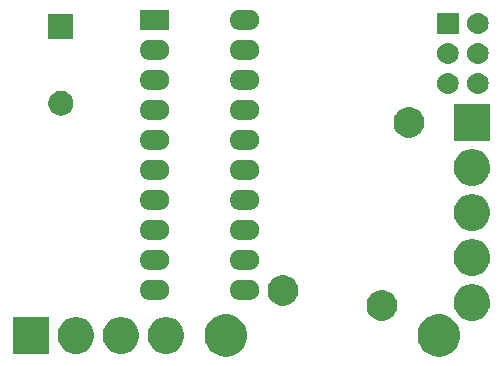
<source format=gbr>
G04 #@! TF.GenerationSoftware,KiCad,Pcbnew,(5.1.0-0)*
G04 #@! TF.CreationDate,2020-09-24T17:30:25-07:00*
G04 #@! TF.ProjectId,858D+ MK1841D3 to ATmega328,38353844-2b20-44d4-9b31-383431443320,rev?*
G04 #@! TF.SameCoordinates,Original*
G04 #@! TF.FileFunction,Soldermask,Bot*
G04 #@! TF.FilePolarity,Negative*
%FSLAX46Y46*%
G04 Gerber Fmt 4.6, Leading zero omitted, Abs format (unit mm)*
G04 Created by KiCad (PCBNEW (5.1.0-0)) date 2020-09-24 17:30:25*
%MOMM*%
%LPD*%
G04 APERTURE LIST*
%ADD10C,0.100000*%
G04 APERTURE END LIST*
D10*
G36*
X53096350Y-42666441D02*
G01*
X53357295Y-42718346D01*
X53685028Y-42854098D01*
X53752722Y-42899330D01*
X53979982Y-43051180D01*
X54230820Y-43302018D01*
X54230823Y-43302023D01*
X54427902Y-43596972D01*
X54563654Y-43924705D01*
X54632860Y-44272632D01*
X54632860Y-44627368D01*
X54563654Y-44975295D01*
X54427902Y-45303028D01*
X54337389Y-45438490D01*
X54230820Y-45597982D01*
X53979982Y-45848820D01*
X53880337Y-45915401D01*
X53685028Y-46045902D01*
X53357295Y-46181654D01*
X53096350Y-46233559D01*
X53009369Y-46250860D01*
X52654631Y-46250860D01*
X52567650Y-46233559D01*
X52306705Y-46181654D01*
X51978972Y-46045902D01*
X51783663Y-45915401D01*
X51684018Y-45848820D01*
X51433180Y-45597982D01*
X51326611Y-45438490D01*
X51236098Y-45303028D01*
X51100346Y-44975295D01*
X51031140Y-44627368D01*
X51031140Y-44272632D01*
X51100346Y-43924705D01*
X51236098Y-43596972D01*
X51433177Y-43302023D01*
X51433180Y-43302018D01*
X51684018Y-43051180D01*
X51911278Y-42899330D01*
X51978972Y-42854098D01*
X52306705Y-42718346D01*
X52567650Y-42666441D01*
X52654631Y-42649140D01*
X53009369Y-42649140D01*
X53096350Y-42666441D01*
X53096350Y-42666441D01*
G37*
G36*
X35062350Y-42666441D02*
G01*
X35323295Y-42718346D01*
X35651028Y-42854098D01*
X35718722Y-42899330D01*
X35945982Y-43051180D01*
X36196820Y-43302018D01*
X36196823Y-43302023D01*
X36393902Y-43596972D01*
X36529654Y-43924705D01*
X36598860Y-44272632D01*
X36598860Y-44627368D01*
X36529654Y-44975295D01*
X36393902Y-45303028D01*
X36303389Y-45438490D01*
X36196820Y-45597982D01*
X35945982Y-45848820D01*
X35846337Y-45915401D01*
X35651028Y-46045902D01*
X35323295Y-46181654D01*
X35062350Y-46233559D01*
X34975369Y-46250860D01*
X34620631Y-46250860D01*
X34533650Y-46233559D01*
X34272705Y-46181654D01*
X33944972Y-46045902D01*
X33749663Y-45915401D01*
X33650018Y-45848820D01*
X33399180Y-45597982D01*
X33292611Y-45438490D01*
X33202098Y-45303028D01*
X33066346Y-44975295D01*
X32997140Y-44627368D01*
X32997140Y-44272632D01*
X33066346Y-43924705D01*
X33202098Y-43596972D01*
X33399177Y-43302023D01*
X33399180Y-43302018D01*
X33650018Y-43051180D01*
X33877278Y-42899330D01*
X33944972Y-42854098D01*
X34272705Y-42718346D01*
X34533650Y-42666441D01*
X34620631Y-42649140D01*
X34975369Y-42649140D01*
X35062350Y-42666441D01*
X35062350Y-42666441D01*
G37*
G36*
X30170314Y-42958921D02*
G01*
X30170316Y-42958922D01*
X30170317Y-42958922D01*
X30452519Y-43075814D01*
X30706490Y-43245512D01*
X30922488Y-43461510D01*
X31092186Y-43715481D01*
X31209078Y-43997683D01*
X31209079Y-43997686D01*
X31268670Y-44297272D01*
X31268670Y-44602728D01*
X31263769Y-44627369D01*
X31209078Y-44902317D01*
X31092186Y-45184519D01*
X30922488Y-45438490D01*
X30706490Y-45654488D01*
X30452519Y-45824186D01*
X30170317Y-45941078D01*
X30170316Y-45941078D01*
X30170314Y-45941079D01*
X29870728Y-46000670D01*
X29565272Y-46000670D01*
X29265686Y-45941079D01*
X29265684Y-45941078D01*
X29265683Y-45941078D01*
X28983481Y-45824186D01*
X28729510Y-45654488D01*
X28513512Y-45438490D01*
X28343814Y-45184519D01*
X28226922Y-44902317D01*
X28172232Y-44627369D01*
X28167330Y-44602728D01*
X28167330Y-44297272D01*
X28226921Y-43997686D01*
X28226922Y-43997683D01*
X28343814Y-43715481D01*
X28513512Y-43461510D01*
X28729510Y-43245512D01*
X28983481Y-43075814D01*
X29265683Y-42958922D01*
X29265684Y-42958922D01*
X29265686Y-42958921D01*
X29565272Y-42899330D01*
X29870728Y-42899330D01*
X30170314Y-42958921D01*
X30170314Y-42958921D01*
G37*
G36*
X26360314Y-42958921D02*
G01*
X26360316Y-42958922D01*
X26360317Y-42958922D01*
X26642519Y-43075814D01*
X26896490Y-43245512D01*
X27112488Y-43461510D01*
X27282186Y-43715481D01*
X27399078Y-43997683D01*
X27399079Y-43997686D01*
X27458670Y-44297272D01*
X27458670Y-44602728D01*
X27453769Y-44627369D01*
X27399078Y-44902317D01*
X27282186Y-45184519D01*
X27112488Y-45438490D01*
X26896490Y-45654488D01*
X26642519Y-45824186D01*
X26360317Y-45941078D01*
X26360316Y-45941078D01*
X26360314Y-45941079D01*
X26060728Y-46000670D01*
X25755272Y-46000670D01*
X25455686Y-45941079D01*
X25455684Y-45941078D01*
X25455683Y-45941078D01*
X25173481Y-45824186D01*
X24919510Y-45654488D01*
X24703512Y-45438490D01*
X24533814Y-45184519D01*
X24416922Y-44902317D01*
X24362232Y-44627369D01*
X24357330Y-44602728D01*
X24357330Y-44297272D01*
X24416921Y-43997686D01*
X24416922Y-43997683D01*
X24533814Y-43715481D01*
X24703512Y-43461510D01*
X24919510Y-43245512D01*
X25173481Y-43075814D01*
X25455683Y-42958922D01*
X25455684Y-42958922D01*
X25455686Y-42958921D01*
X25755272Y-42899330D01*
X26060728Y-42899330D01*
X26360314Y-42958921D01*
X26360314Y-42958921D01*
G37*
G36*
X22550314Y-42958921D02*
G01*
X22550316Y-42958922D01*
X22550317Y-42958922D01*
X22832519Y-43075814D01*
X23086490Y-43245512D01*
X23302488Y-43461510D01*
X23472186Y-43715481D01*
X23589078Y-43997683D01*
X23589079Y-43997686D01*
X23648670Y-44297272D01*
X23648670Y-44602728D01*
X23643769Y-44627369D01*
X23589078Y-44902317D01*
X23472186Y-45184519D01*
X23302488Y-45438490D01*
X23086490Y-45654488D01*
X22832519Y-45824186D01*
X22550317Y-45941078D01*
X22550316Y-45941078D01*
X22550314Y-45941079D01*
X22250728Y-46000670D01*
X21945272Y-46000670D01*
X21645686Y-45941079D01*
X21645684Y-45941078D01*
X21645683Y-45941078D01*
X21363481Y-45824186D01*
X21109510Y-45654488D01*
X20893512Y-45438490D01*
X20723814Y-45184519D01*
X20606922Y-44902317D01*
X20552232Y-44627369D01*
X20547330Y-44602728D01*
X20547330Y-44297272D01*
X20606921Y-43997686D01*
X20606922Y-43997683D01*
X20723814Y-43715481D01*
X20893512Y-43461510D01*
X21109510Y-43245512D01*
X21363481Y-43075814D01*
X21645683Y-42958922D01*
X21645684Y-42958922D01*
X21645686Y-42958921D01*
X21945272Y-42899330D01*
X22250728Y-42899330D01*
X22550314Y-42958921D01*
X22550314Y-42958921D01*
G37*
G36*
X19838670Y-46000670D02*
G01*
X16737330Y-46000670D01*
X16737330Y-42899330D01*
X19838670Y-42899330D01*
X19838670Y-46000670D01*
X19838670Y-46000670D01*
G37*
G36*
X48196946Y-40621697D02*
G01*
X48385432Y-40659189D01*
X48622161Y-40757246D01*
X48835207Y-40899599D01*
X48835209Y-40899601D01*
X48835212Y-40899603D01*
X49016397Y-41080788D01*
X49016399Y-41080791D01*
X49016401Y-41080793D01*
X49158754Y-41293839D01*
X49256811Y-41530568D01*
X49306800Y-41781883D01*
X49306800Y-42038117D01*
X49256811Y-42289432D01*
X49158754Y-42526161D01*
X49016401Y-42739207D01*
X49016399Y-42739209D01*
X49016397Y-42739212D01*
X48835212Y-42920397D01*
X48835209Y-42920399D01*
X48835207Y-42920401D01*
X48622161Y-43062754D01*
X48385432Y-43160811D01*
X48196946Y-43198303D01*
X48134118Y-43210800D01*
X47877882Y-43210800D01*
X47815054Y-43198303D01*
X47626568Y-43160811D01*
X47389839Y-43062754D01*
X47176793Y-42920401D01*
X47176791Y-42920399D01*
X47176788Y-42920397D01*
X46995603Y-42739212D01*
X46995601Y-42739209D01*
X46995599Y-42739207D01*
X46853246Y-42526161D01*
X46755189Y-42289432D01*
X46705200Y-42038117D01*
X46705200Y-41781883D01*
X46755189Y-41530568D01*
X46853246Y-41293839D01*
X46995599Y-41080793D01*
X46995601Y-41080791D01*
X46995603Y-41080788D01*
X47176788Y-40899603D01*
X47176791Y-40899601D01*
X47176793Y-40899599D01*
X47389839Y-40757246D01*
X47626568Y-40659189D01*
X47815054Y-40621697D01*
X47877882Y-40609200D01*
X48134118Y-40609200D01*
X48196946Y-40621697D01*
X48196946Y-40621697D01*
G37*
G36*
X56078314Y-40164921D02*
G01*
X56078316Y-40164922D01*
X56078317Y-40164922D01*
X56360519Y-40281814D01*
X56614490Y-40451512D01*
X56830488Y-40667510D01*
X57000186Y-40921481D01*
X57066173Y-41080788D01*
X57117079Y-41203686D01*
X57176670Y-41503272D01*
X57176670Y-41808728D01*
X57131042Y-42038118D01*
X57117078Y-42108317D01*
X57000186Y-42390519D01*
X56830488Y-42644490D01*
X56614490Y-42860488D01*
X56360519Y-43030186D01*
X56078317Y-43147078D01*
X56078316Y-43147078D01*
X56078314Y-43147079D01*
X55778728Y-43206670D01*
X55473272Y-43206670D01*
X55173686Y-43147079D01*
X55173684Y-43147078D01*
X55173683Y-43147078D01*
X54891481Y-43030186D01*
X54637510Y-42860488D01*
X54421512Y-42644490D01*
X54251814Y-42390519D01*
X54134922Y-42108317D01*
X54120959Y-42038118D01*
X54075330Y-41808728D01*
X54075330Y-41503272D01*
X54134921Y-41203686D01*
X54185827Y-41080788D01*
X54251814Y-40921481D01*
X54421512Y-40667510D01*
X54637510Y-40451512D01*
X54891481Y-40281814D01*
X55173683Y-40164922D01*
X55173684Y-40164922D01*
X55173686Y-40164921D01*
X55473272Y-40105330D01*
X55778728Y-40105330D01*
X56078314Y-40164921D01*
X56078314Y-40164921D01*
G37*
G36*
X39814946Y-39351697D02*
G01*
X40003432Y-39389189D01*
X40240161Y-39487246D01*
X40453207Y-39629599D01*
X40453209Y-39629601D01*
X40453212Y-39629603D01*
X40634397Y-39810788D01*
X40634399Y-39810791D01*
X40634401Y-39810793D01*
X40776754Y-40023839D01*
X40874811Y-40260568D01*
X40924800Y-40511883D01*
X40924800Y-40768117D01*
X40874811Y-41019432D01*
X40776754Y-41256161D01*
X40634401Y-41469207D01*
X40634399Y-41469209D01*
X40634397Y-41469212D01*
X40453212Y-41650397D01*
X40453209Y-41650399D01*
X40453207Y-41650401D01*
X40240161Y-41792754D01*
X40003432Y-41890811D01*
X39814946Y-41928303D01*
X39752118Y-41940800D01*
X39495882Y-41940800D01*
X39433054Y-41928303D01*
X39244568Y-41890811D01*
X39007839Y-41792754D01*
X38794793Y-41650401D01*
X38794791Y-41650399D01*
X38794788Y-41650397D01*
X38613603Y-41469212D01*
X38613601Y-41469209D01*
X38613599Y-41469207D01*
X38471246Y-41256161D01*
X38373189Y-41019432D01*
X38323200Y-40768117D01*
X38323200Y-40511883D01*
X38373189Y-40260568D01*
X38471246Y-40023839D01*
X38613599Y-39810793D01*
X38613601Y-39810791D01*
X38613603Y-39810788D01*
X38794788Y-39629603D01*
X38794791Y-39629601D01*
X38794793Y-39629599D01*
X39007839Y-39487246D01*
X39244568Y-39389189D01*
X39433054Y-39351697D01*
X39495882Y-39339200D01*
X39752118Y-39339200D01*
X39814946Y-39351697D01*
X39814946Y-39351697D01*
G37*
G36*
X36946786Y-39733511D02*
G01*
X37107162Y-39782161D01*
X37107165Y-39782162D01*
X37160497Y-39810669D01*
X37254966Y-39861163D01*
X37384517Y-39967483D01*
X37490837Y-40097034D01*
X37527123Y-40164921D01*
X37569838Y-40244835D01*
X37569839Y-40244838D01*
X37618489Y-40405214D01*
X37634916Y-40572000D01*
X37618489Y-40738786D01*
X37569839Y-40899162D01*
X37569838Y-40899165D01*
X37557909Y-40921482D01*
X37490837Y-41046966D01*
X37384517Y-41176517D01*
X37254966Y-41282837D01*
X37160497Y-41333331D01*
X37107165Y-41361838D01*
X37107162Y-41361839D01*
X36946786Y-41410489D01*
X36821790Y-41422800D01*
X35938210Y-41422800D01*
X35813214Y-41410489D01*
X35652838Y-41361839D01*
X35652835Y-41361838D01*
X35599503Y-41333331D01*
X35505034Y-41282837D01*
X35375483Y-41176517D01*
X35269163Y-41046966D01*
X35202091Y-40921482D01*
X35190162Y-40899165D01*
X35190161Y-40899162D01*
X35141511Y-40738786D01*
X35125084Y-40572000D01*
X35141511Y-40405214D01*
X35190161Y-40244838D01*
X35190162Y-40244835D01*
X35232877Y-40164921D01*
X35269163Y-40097034D01*
X35375483Y-39967483D01*
X35505034Y-39861163D01*
X35599503Y-39810669D01*
X35652835Y-39782162D01*
X35652838Y-39782161D01*
X35813214Y-39733511D01*
X35938210Y-39721200D01*
X36821790Y-39721200D01*
X36946786Y-39733511D01*
X36946786Y-39733511D01*
G37*
G36*
X29326786Y-39733511D02*
G01*
X29487162Y-39782161D01*
X29487165Y-39782162D01*
X29540497Y-39810669D01*
X29634966Y-39861163D01*
X29764517Y-39967483D01*
X29870837Y-40097034D01*
X29907123Y-40164921D01*
X29949838Y-40244835D01*
X29949839Y-40244838D01*
X29998489Y-40405214D01*
X30014916Y-40572000D01*
X29998489Y-40738786D01*
X29949839Y-40899162D01*
X29949838Y-40899165D01*
X29937909Y-40921482D01*
X29870837Y-41046966D01*
X29764517Y-41176517D01*
X29634966Y-41282837D01*
X29540497Y-41333331D01*
X29487165Y-41361838D01*
X29487162Y-41361839D01*
X29326786Y-41410489D01*
X29201790Y-41422800D01*
X28318210Y-41422800D01*
X28193214Y-41410489D01*
X28032838Y-41361839D01*
X28032835Y-41361838D01*
X27979503Y-41333331D01*
X27885034Y-41282837D01*
X27755483Y-41176517D01*
X27649163Y-41046966D01*
X27582091Y-40921482D01*
X27570162Y-40899165D01*
X27570161Y-40899162D01*
X27521511Y-40738786D01*
X27505084Y-40572000D01*
X27521511Y-40405214D01*
X27570161Y-40244838D01*
X27570162Y-40244835D01*
X27612877Y-40164921D01*
X27649163Y-40097034D01*
X27755483Y-39967483D01*
X27885034Y-39861163D01*
X27979503Y-39810669D01*
X28032835Y-39782162D01*
X28032838Y-39782161D01*
X28193214Y-39733511D01*
X28318210Y-39721200D01*
X29201790Y-39721200D01*
X29326786Y-39733511D01*
X29326786Y-39733511D01*
G37*
G36*
X56078314Y-36354921D02*
G01*
X56078316Y-36354922D01*
X56078317Y-36354922D01*
X56360519Y-36471814D01*
X56614490Y-36641512D01*
X56830488Y-36857510D01*
X57000186Y-37111481D01*
X57034164Y-37193511D01*
X57117079Y-37393686D01*
X57176670Y-37693272D01*
X57176670Y-37998728D01*
X57136877Y-38198783D01*
X57117078Y-38298317D01*
X57000186Y-38580519D01*
X56830488Y-38834490D01*
X56614490Y-39050488D01*
X56360519Y-39220186D01*
X56078317Y-39337078D01*
X56078316Y-39337078D01*
X56078314Y-39337079D01*
X55778728Y-39396670D01*
X55473272Y-39396670D01*
X55173686Y-39337079D01*
X55173684Y-39337078D01*
X55173683Y-39337078D01*
X54891481Y-39220186D01*
X54637510Y-39050488D01*
X54421512Y-38834490D01*
X54251814Y-38580519D01*
X54134922Y-38298317D01*
X54115124Y-38198783D01*
X54075330Y-37998728D01*
X54075330Y-37693272D01*
X54134921Y-37393686D01*
X54217836Y-37193511D01*
X54251814Y-37111481D01*
X54421512Y-36857510D01*
X54637510Y-36641512D01*
X54891481Y-36471814D01*
X55173683Y-36354922D01*
X55173684Y-36354922D01*
X55173686Y-36354921D01*
X55473272Y-36295330D01*
X55778728Y-36295330D01*
X56078314Y-36354921D01*
X56078314Y-36354921D01*
G37*
G36*
X36946786Y-37193511D02*
G01*
X37107162Y-37242161D01*
X37107165Y-37242162D01*
X37160497Y-37270669D01*
X37254966Y-37321163D01*
X37384517Y-37427483D01*
X37490837Y-37557034D01*
X37541331Y-37651503D01*
X37569838Y-37704835D01*
X37569839Y-37704838D01*
X37618489Y-37865214D01*
X37634916Y-38032000D01*
X37618489Y-38198786D01*
X37588297Y-38298314D01*
X37569838Y-38359165D01*
X37541331Y-38412497D01*
X37490837Y-38506966D01*
X37384517Y-38636517D01*
X37254966Y-38742837D01*
X37160497Y-38793331D01*
X37107165Y-38821838D01*
X37107162Y-38821839D01*
X36946786Y-38870489D01*
X36821790Y-38882800D01*
X35938210Y-38882800D01*
X35813214Y-38870489D01*
X35652838Y-38821839D01*
X35652835Y-38821838D01*
X35599503Y-38793331D01*
X35505034Y-38742837D01*
X35375483Y-38636517D01*
X35269163Y-38506966D01*
X35218669Y-38412497D01*
X35190162Y-38359165D01*
X35171703Y-38298314D01*
X35141511Y-38198786D01*
X35125084Y-38032000D01*
X35141511Y-37865214D01*
X35190161Y-37704838D01*
X35190162Y-37704835D01*
X35218669Y-37651503D01*
X35269163Y-37557034D01*
X35375483Y-37427483D01*
X35505034Y-37321163D01*
X35599503Y-37270669D01*
X35652835Y-37242162D01*
X35652838Y-37242161D01*
X35813214Y-37193511D01*
X35938210Y-37181200D01*
X36821790Y-37181200D01*
X36946786Y-37193511D01*
X36946786Y-37193511D01*
G37*
G36*
X29326786Y-37193511D02*
G01*
X29487162Y-37242161D01*
X29487165Y-37242162D01*
X29540497Y-37270669D01*
X29634966Y-37321163D01*
X29764517Y-37427483D01*
X29870837Y-37557034D01*
X29921331Y-37651503D01*
X29949838Y-37704835D01*
X29949839Y-37704838D01*
X29998489Y-37865214D01*
X30014916Y-38032000D01*
X29998489Y-38198786D01*
X29968297Y-38298314D01*
X29949838Y-38359165D01*
X29921331Y-38412497D01*
X29870837Y-38506966D01*
X29764517Y-38636517D01*
X29634966Y-38742837D01*
X29540497Y-38793331D01*
X29487165Y-38821838D01*
X29487162Y-38821839D01*
X29326786Y-38870489D01*
X29201790Y-38882800D01*
X28318210Y-38882800D01*
X28193214Y-38870489D01*
X28032838Y-38821839D01*
X28032835Y-38821838D01*
X27979503Y-38793331D01*
X27885034Y-38742837D01*
X27755483Y-38636517D01*
X27649163Y-38506966D01*
X27598669Y-38412497D01*
X27570162Y-38359165D01*
X27551703Y-38298314D01*
X27521511Y-38198786D01*
X27505084Y-38032000D01*
X27521511Y-37865214D01*
X27570161Y-37704838D01*
X27570162Y-37704835D01*
X27598669Y-37651503D01*
X27649163Y-37557034D01*
X27755483Y-37427483D01*
X27885034Y-37321163D01*
X27979503Y-37270669D01*
X28032835Y-37242162D01*
X28032838Y-37242161D01*
X28193214Y-37193511D01*
X28318210Y-37181200D01*
X29201790Y-37181200D01*
X29326786Y-37193511D01*
X29326786Y-37193511D01*
G37*
G36*
X29326786Y-34653511D02*
G01*
X29487162Y-34702161D01*
X29487165Y-34702162D01*
X29540497Y-34730669D01*
X29634966Y-34781163D01*
X29764517Y-34887483D01*
X29870837Y-35017034D01*
X29921331Y-35111503D01*
X29949838Y-35164835D01*
X29949839Y-35164838D01*
X29998489Y-35325214D01*
X30014916Y-35492000D01*
X29998489Y-35658786D01*
X29949839Y-35819162D01*
X29949838Y-35819165D01*
X29921331Y-35872497D01*
X29870837Y-35966966D01*
X29764517Y-36096517D01*
X29634966Y-36202837D01*
X29540497Y-36253331D01*
X29487165Y-36281838D01*
X29487162Y-36281839D01*
X29326786Y-36330489D01*
X29201790Y-36342800D01*
X28318210Y-36342800D01*
X28193214Y-36330489D01*
X28032838Y-36281839D01*
X28032835Y-36281838D01*
X27979503Y-36253331D01*
X27885034Y-36202837D01*
X27755483Y-36096517D01*
X27649163Y-35966966D01*
X27598669Y-35872497D01*
X27570162Y-35819165D01*
X27570161Y-35819162D01*
X27521511Y-35658786D01*
X27505084Y-35492000D01*
X27521511Y-35325214D01*
X27570161Y-35164838D01*
X27570162Y-35164835D01*
X27598669Y-35111503D01*
X27649163Y-35017034D01*
X27755483Y-34887483D01*
X27885034Y-34781163D01*
X27979503Y-34730669D01*
X28032835Y-34702162D01*
X28032838Y-34702161D01*
X28193214Y-34653511D01*
X28318210Y-34641200D01*
X29201790Y-34641200D01*
X29326786Y-34653511D01*
X29326786Y-34653511D01*
G37*
G36*
X36946786Y-34653511D02*
G01*
X37107162Y-34702161D01*
X37107165Y-34702162D01*
X37160497Y-34730669D01*
X37254966Y-34781163D01*
X37384517Y-34887483D01*
X37490837Y-35017034D01*
X37541331Y-35111503D01*
X37569838Y-35164835D01*
X37569839Y-35164838D01*
X37618489Y-35325214D01*
X37634916Y-35492000D01*
X37618489Y-35658786D01*
X37569839Y-35819162D01*
X37569838Y-35819165D01*
X37541331Y-35872497D01*
X37490837Y-35966966D01*
X37384517Y-36096517D01*
X37254966Y-36202837D01*
X37160497Y-36253331D01*
X37107165Y-36281838D01*
X37107162Y-36281839D01*
X36946786Y-36330489D01*
X36821790Y-36342800D01*
X35938210Y-36342800D01*
X35813214Y-36330489D01*
X35652838Y-36281839D01*
X35652835Y-36281838D01*
X35599503Y-36253331D01*
X35505034Y-36202837D01*
X35375483Y-36096517D01*
X35269163Y-35966966D01*
X35218669Y-35872497D01*
X35190162Y-35819165D01*
X35190161Y-35819162D01*
X35141511Y-35658786D01*
X35125084Y-35492000D01*
X35141511Y-35325214D01*
X35190161Y-35164838D01*
X35190162Y-35164835D01*
X35218669Y-35111503D01*
X35269163Y-35017034D01*
X35375483Y-34887483D01*
X35505034Y-34781163D01*
X35599503Y-34730669D01*
X35652835Y-34702162D01*
X35652838Y-34702161D01*
X35813214Y-34653511D01*
X35938210Y-34641200D01*
X36821790Y-34641200D01*
X36946786Y-34653511D01*
X36946786Y-34653511D01*
G37*
G36*
X56078314Y-32544921D02*
G01*
X56078316Y-32544922D01*
X56078317Y-32544922D01*
X56360519Y-32661814D01*
X56614490Y-32831512D01*
X56830488Y-33047510D01*
X57000186Y-33301481D01*
X57117078Y-33583683D01*
X57176670Y-33883273D01*
X57176670Y-34188727D01*
X57117078Y-34488317D01*
X57000186Y-34770519D01*
X56830488Y-35024490D01*
X56614490Y-35240488D01*
X56360519Y-35410186D01*
X56078317Y-35527078D01*
X56078316Y-35527078D01*
X56078314Y-35527079D01*
X55778728Y-35586670D01*
X55473272Y-35586670D01*
X55173686Y-35527079D01*
X55173684Y-35527078D01*
X55173683Y-35527078D01*
X54891481Y-35410186D01*
X54637510Y-35240488D01*
X54421512Y-35024490D01*
X54251814Y-34770519D01*
X54134922Y-34488317D01*
X54075330Y-34188727D01*
X54075330Y-33883273D01*
X54134922Y-33583683D01*
X54251814Y-33301481D01*
X54421512Y-33047510D01*
X54637510Y-32831512D01*
X54891481Y-32661814D01*
X55173683Y-32544922D01*
X55173684Y-32544922D01*
X55173686Y-32544921D01*
X55473272Y-32485330D01*
X55778728Y-32485330D01*
X56078314Y-32544921D01*
X56078314Y-32544921D01*
G37*
G36*
X36946786Y-32113511D02*
G01*
X37107162Y-32162161D01*
X37107165Y-32162162D01*
X37160497Y-32190669D01*
X37254966Y-32241163D01*
X37384517Y-32347483D01*
X37490837Y-32477034D01*
X37527123Y-32544921D01*
X37569838Y-32624835D01*
X37569839Y-32624838D01*
X37618489Y-32785214D01*
X37634916Y-32952000D01*
X37618489Y-33118786D01*
X37569839Y-33279162D01*
X37569838Y-33279165D01*
X37557909Y-33301482D01*
X37490837Y-33426966D01*
X37384517Y-33556517D01*
X37254966Y-33662837D01*
X37160497Y-33713331D01*
X37107165Y-33741838D01*
X37107162Y-33741839D01*
X36946786Y-33790489D01*
X36821790Y-33802800D01*
X35938210Y-33802800D01*
X35813214Y-33790489D01*
X35652838Y-33741839D01*
X35652835Y-33741838D01*
X35599503Y-33713331D01*
X35505034Y-33662837D01*
X35375483Y-33556517D01*
X35269163Y-33426966D01*
X35202091Y-33301482D01*
X35190162Y-33279165D01*
X35190161Y-33279162D01*
X35141511Y-33118786D01*
X35125084Y-32952000D01*
X35141511Y-32785214D01*
X35190161Y-32624838D01*
X35190162Y-32624835D01*
X35232877Y-32544921D01*
X35269163Y-32477034D01*
X35375483Y-32347483D01*
X35505034Y-32241163D01*
X35599503Y-32190669D01*
X35652835Y-32162162D01*
X35652838Y-32162161D01*
X35813214Y-32113511D01*
X35938210Y-32101200D01*
X36821790Y-32101200D01*
X36946786Y-32113511D01*
X36946786Y-32113511D01*
G37*
G36*
X29326786Y-32113511D02*
G01*
X29487162Y-32162161D01*
X29487165Y-32162162D01*
X29540497Y-32190669D01*
X29634966Y-32241163D01*
X29764517Y-32347483D01*
X29870837Y-32477034D01*
X29907123Y-32544921D01*
X29949838Y-32624835D01*
X29949839Y-32624838D01*
X29998489Y-32785214D01*
X30014916Y-32952000D01*
X29998489Y-33118786D01*
X29949839Y-33279162D01*
X29949838Y-33279165D01*
X29937909Y-33301482D01*
X29870837Y-33426966D01*
X29764517Y-33556517D01*
X29634966Y-33662837D01*
X29540497Y-33713331D01*
X29487165Y-33741838D01*
X29487162Y-33741839D01*
X29326786Y-33790489D01*
X29201790Y-33802800D01*
X28318210Y-33802800D01*
X28193214Y-33790489D01*
X28032838Y-33741839D01*
X28032835Y-33741838D01*
X27979503Y-33713331D01*
X27885034Y-33662837D01*
X27755483Y-33556517D01*
X27649163Y-33426966D01*
X27582091Y-33301482D01*
X27570162Y-33279165D01*
X27570161Y-33279162D01*
X27521511Y-33118786D01*
X27505084Y-32952000D01*
X27521511Y-32785214D01*
X27570161Y-32624838D01*
X27570162Y-32624835D01*
X27612877Y-32544921D01*
X27649163Y-32477034D01*
X27755483Y-32347483D01*
X27885034Y-32241163D01*
X27979503Y-32190669D01*
X28032835Y-32162162D01*
X28032838Y-32162161D01*
X28193214Y-32113511D01*
X28318210Y-32101200D01*
X29201790Y-32101200D01*
X29326786Y-32113511D01*
X29326786Y-32113511D01*
G37*
G36*
X56078314Y-28734921D02*
G01*
X56078316Y-28734922D01*
X56078317Y-28734922D01*
X56360519Y-28851814D01*
X56614490Y-29021512D01*
X56830488Y-29237510D01*
X57000186Y-29491481D01*
X57034164Y-29573511D01*
X57117079Y-29773686D01*
X57176670Y-30073272D01*
X57176670Y-30378728D01*
X57136877Y-30578783D01*
X57117078Y-30678317D01*
X57000186Y-30960519D01*
X56830488Y-31214490D01*
X56614490Y-31430488D01*
X56360519Y-31600186D01*
X56078317Y-31717078D01*
X56078316Y-31717078D01*
X56078314Y-31717079D01*
X55778728Y-31776670D01*
X55473272Y-31776670D01*
X55173686Y-31717079D01*
X55173684Y-31717078D01*
X55173683Y-31717078D01*
X54891481Y-31600186D01*
X54637510Y-31430488D01*
X54421512Y-31214490D01*
X54251814Y-30960519D01*
X54134922Y-30678317D01*
X54115124Y-30578783D01*
X54075330Y-30378728D01*
X54075330Y-30073272D01*
X54134921Y-29773686D01*
X54217836Y-29573511D01*
X54251814Y-29491481D01*
X54421512Y-29237510D01*
X54637510Y-29021512D01*
X54891481Y-28851814D01*
X55173683Y-28734922D01*
X55173684Y-28734922D01*
X55173686Y-28734921D01*
X55473272Y-28675330D01*
X55778728Y-28675330D01*
X56078314Y-28734921D01*
X56078314Y-28734921D01*
G37*
G36*
X29326786Y-29573511D02*
G01*
X29487162Y-29622161D01*
X29487165Y-29622162D01*
X29540497Y-29650669D01*
X29634966Y-29701163D01*
X29764517Y-29807483D01*
X29870837Y-29937034D01*
X29921331Y-30031503D01*
X29949838Y-30084835D01*
X29949839Y-30084838D01*
X29998489Y-30245214D01*
X30014916Y-30412000D01*
X29998489Y-30578786D01*
X29968297Y-30678314D01*
X29949838Y-30739165D01*
X29921331Y-30792497D01*
X29870837Y-30886966D01*
X29764517Y-31016517D01*
X29634966Y-31122837D01*
X29540497Y-31173331D01*
X29487165Y-31201838D01*
X29487162Y-31201839D01*
X29326786Y-31250489D01*
X29201790Y-31262800D01*
X28318210Y-31262800D01*
X28193214Y-31250489D01*
X28032838Y-31201839D01*
X28032835Y-31201838D01*
X27979503Y-31173331D01*
X27885034Y-31122837D01*
X27755483Y-31016517D01*
X27649163Y-30886966D01*
X27598669Y-30792497D01*
X27570162Y-30739165D01*
X27551703Y-30678314D01*
X27521511Y-30578786D01*
X27505084Y-30412000D01*
X27521511Y-30245214D01*
X27570161Y-30084838D01*
X27570162Y-30084835D01*
X27598669Y-30031503D01*
X27649163Y-29937034D01*
X27755483Y-29807483D01*
X27885034Y-29701163D01*
X27979503Y-29650669D01*
X28032835Y-29622162D01*
X28032838Y-29622161D01*
X28193214Y-29573511D01*
X28318210Y-29561200D01*
X29201790Y-29561200D01*
X29326786Y-29573511D01*
X29326786Y-29573511D01*
G37*
G36*
X36946786Y-29573511D02*
G01*
X37107162Y-29622161D01*
X37107165Y-29622162D01*
X37160497Y-29650669D01*
X37254966Y-29701163D01*
X37384517Y-29807483D01*
X37490837Y-29937034D01*
X37541331Y-30031503D01*
X37569838Y-30084835D01*
X37569839Y-30084838D01*
X37618489Y-30245214D01*
X37634916Y-30412000D01*
X37618489Y-30578786D01*
X37588297Y-30678314D01*
X37569838Y-30739165D01*
X37541331Y-30792497D01*
X37490837Y-30886966D01*
X37384517Y-31016517D01*
X37254966Y-31122837D01*
X37160497Y-31173331D01*
X37107165Y-31201838D01*
X37107162Y-31201839D01*
X36946786Y-31250489D01*
X36821790Y-31262800D01*
X35938210Y-31262800D01*
X35813214Y-31250489D01*
X35652838Y-31201839D01*
X35652835Y-31201838D01*
X35599503Y-31173331D01*
X35505034Y-31122837D01*
X35375483Y-31016517D01*
X35269163Y-30886966D01*
X35218669Y-30792497D01*
X35190162Y-30739165D01*
X35171703Y-30678314D01*
X35141511Y-30578786D01*
X35125084Y-30412000D01*
X35141511Y-30245214D01*
X35190161Y-30084838D01*
X35190162Y-30084835D01*
X35218669Y-30031503D01*
X35269163Y-29937034D01*
X35375483Y-29807483D01*
X35505034Y-29701163D01*
X35599503Y-29650669D01*
X35652835Y-29622162D01*
X35652838Y-29622161D01*
X35813214Y-29573511D01*
X35938210Y-29561200D01*
X36821790Y-29561200D01*
X36946786Y-29573511D01*
X36946786Y-29573511D01*
G37*
G36*
X29326786Y-27033511D02*
G01*
X29487162Y-27082161D01*
X29487165Y-27082162D01*
X29540497Y-27110669D01*
X29634966Y-27161163D01*
X29764517Y-27267483D01*
X29870837Y-27397034D01*
X29921331Y-27491503D01*
X29949838Y-27544835D01*
X29949839Y-27544838D01*
X29998489Y-27705214D01*
X30014916Y-27872000D01*
X29998489Y-28038786D01*
X29949839Y-28199162D01*
X29949838Y-28199165D01*
X29921331Y-28252497D01*
X29870837Y-28346966D01*
X29764517Y-28476517D01*
X29634966Y-28582837D01*
X29540497Y-28633331D01*
X29487165Y-28661838D01*
X29487162Y-28661839D01*
X29326786Y-28710489D01*
X29201790Y-28722800D01*
X28318210Y-28722800D01*
X28193214Y-28710489D01*
X28032838Y-28661839D01*
X28032835Y-28661838D01*
X27979503Y-28633331D01*
X27885034Y-28582837D01*
X27755483Y-28476517D01*
X27649163Y-28346966D01*
X27598669Y-28252497D01*
X27570162Y-28199165D01*
X27570161Y-28199162D01*
X27521511Y-28038786D01*
X27505084Y-27872000D01*
X27521511Y-27705214D01*
X27570161Y-27544838D01*
X27570162Y-27544835D01*
X27598669Y-27491503D01*
X27649163Y-27397034D01*
X27755483Y-27267483D01*
X27885034Y-27161163D01*
X27979503Y-27110669D01*
X28032835Y-27082162D01*
X28032838Y-27082161D01*
X28193214Y-27033511D01*
X28318210Y-27021200D01*
X29201790Y-27021200D01*
X29326786Y-27033511D01*
X29326786Y-27033511D01*
G37*
G36*
X36946786Y-27033511D02*
G01*
X37107162Y-27082161D01*
X37107165Y-27082162D01*
X37160497Y-27110669D01*
X37254966Y-27161163D01*
X37384517Y-27267483D01*
X37490837Y-27397034D01*
X37541331Y-27491503D01*
X37569838Y-27544835D01*
X37569839Y-27544838D01*
X37618489Y-27705214D01*
X37634916Y-27872000D01*
X37618489Y-28038786D01*
X37569839Y-28199162D01*
X37569838Y-28199165D01*
X37541331Y-28252497D01*
X37490837Y-28346966D01*
X37384517Y-28476517D01*
X37254966Y-28582837D01*
X37160497Y-28633331D01*
X37107165Y-28661838D01*
X37107162Y-28661839D01*
X36946786Y-28710489D01*
X36821790Y-28722800D01*
X35938210Y-28722800D01*
X35813214Y-28710489D01*
X35652838Y-28661839D01*
X35652835Y-28661838D01*
X35599503Y-28633331D01*
X35505034Y-28582837D01*
X35375483Y-28476517D01*
X35269163Y-28346966D01*
X35218669Y-28252497D01*
X35190162Y-28199165D01*
X35190161Y-28199162D01*
X35141511Y-28038786D01*
X35125084Y-27872000D01*
X35141511Y-27705214D01*
X35190161Y-27544838D01*
X35190162Y-27544835D01*
X35218669Y-27491503D01*
X35269163Y-27397034D01*
X35375483Y-27267483D01*
X35505034Y-27161163D01*
X35599503Y-27110669D01*
X35652835Y-27082162D01*
X35652838Y-27082161D01*
X35813214Y-27033511D01*
X35938210Y-27021200D01*
X36821790Y-27021200D01*
X36946786Y-27033511D01*
X36946786Y-27033511D01*
G37*
G36*
X57176670Y-27966670D02*
G01*
X54075330Y-27966670D01*
X54075330Y-24865330D01*
X57176670Y-24865330D01*
X57176670Y-27966670D01*
X57176670Y-27966670D01*
G37*
G36*
X50482946Y-25127697D02*
G01*
X50671432Y-25165189D01*
X50908161Y-25263246D01*
X51121207Y-25405599D01*
X51121209Y-25405601D01*
X51121212Y-25405603D01*
X51302397Y-25586788D01*
X51302399Y-25586791D01*
X51302401Y-25586793D01*
X51444754Y-25799839D01*
X51542811Y-26036568D01*
X51592800Y-26287883D01*
X51592800Y-26544117D01*
X51542811Y-26795432D01*
X51444754Y-27032161D01*
X51302401Y-27245207D01*
X51302399Y-27245209D01*
X51302397Y-27245212D01*
X51121212Y-27426397D01*
X51121209Y-27426399D01*
X51121207Y-27426401D01*
X50908161Y-27568754D01*
X50671432Y-27666811D01*
X50482946Y-27704303D01*
X50420118Y-27716800D01*
X50163882Y-27716800D01*
X50101054Y-27704303D01*
X49912568Y-27666811D01*
X49675839Y-27568754D01*
X49462793Y-27426401D01*
X49462791Y-27426399D01*
X49462788Y-27426397D01*
X49281603Y-27245212D01*
X49281601Y-27245209D01*
X49281599Y-27245207D01*
X49139246Y-27032161D01*
X49041189Y-26795432D01*
X48991200Y-26544117D01*
X48991200Y-26287883D01*
X49041189Y-26036568D01*
X49139246Y-25799839D01*
X49281599Y-25586793D01*
X49281601Y-25586791D01*
X49281603Y-25586788D01*
X49462788Y-25405603D01*
X49462791Y-25405601D01*
X49462793Y-25405599D01*
X49675839Y-25263246D01*
X49912568Y-25165189D01*
X50101054Y-25127697D01*
X50163882Y-25115200D01*
X50420118Y-25115200D01*
X50482946Y-25127697D01*
X50482946Y-25127697D01*
G37*
G36*
X29326786Y-24493511D02*
G01*
X29487162Y-24542161D01*
X29487165Y-24542162D01*
X29540497Y-24570669D01*
X29634966Y-24621163D01*
X29764517Y-24727483D01*
X29870837Y-24857034D01*
X29921331Y-24951503D01*
X29949838Y-25004835D01*
X29949839Y-25004838D01*
X29998489Y-25165214D01*
X30014916Y-25332000D01*
X29998489Y-25498786D01*
X29971792Y-25586793D01*
X29949838Y-25659165D01*
X29921331Y-25712497D01*
X29870837Y-25806966D01*
X29764517Y-25936517D01*
X29634966Y-26042837D01*
X29540497Y-26093331D01*
X29487165Y-26121838D01*
X29487162Y-26121839D01*
X29326786Y-26170489D01*
X29201790Y-26182800D01*
X28318210Y-26182800D01*
X28193214Y-26170489D01*
X28032838Y-26121839D01*
X28032835Y-26121838D01*
X27979503Y-26093331D01*
X27885034Y-26042837D01*
X27755483Y-25936517D01*
X27649163Y-25806966D01*
X27598669Y-25712497D01*
X27570162Y-25659165D01*
X27548208Y-25586793D01*
X27521511Y-25498786D01*
X27505084Y-25332000D01*
X27521511Y-25165214D01*
X27570161Y-25004838D01*
X27570162Y-25004835D01*
X27598669Y-24951503D01*
X27649163Y-24857034D01*
X27755483Y-24727483D01*
X27885034Y-24621163D01*
X27979503Y-24570669D01*
X28032835Y-24542162D01*
X28032838Y-24542161D01*
X28193214Y-24493511D01*
X28318210Y-24481200D01*
X29201790Y-24481200D01*
X29326786Y-24493511D01*
X29326786Y-24493511D01*
G37*
G36*
X36946786Y-24493511D02*
G01*
X37107162Y-24542161D01*
X37107165Y-24542162D01*
X37160497Y-24570669D01*
X37254966Y-24621163D01*
X37384517Y-24727483D01*
X37490837Y-24857034D01*
X37541331Y-24951503D01*
X37569838Y-25004835D01*
X37569839Y-25004838D01*
X37618489Y-25165214D01*
X37634916Y-25332000D01*
X37618489Y-25498786D01*
X37591792Y-25586793D01*
X37569838Y-25659165D01*
X37541331Y-25712497D01*
X37490837Y-25806966D01*
X37384517Y-25936517D01*
X37254966Y-26042837D01*
X37160497Y-26093331D01*
X37107165Y-26121838D01*
X37107162Y-26121839D01*
X36946786Y-26170489D01*
X36821790Y-26182800D01*
X35938210Y-26182800D01*
X35813214Y-26170489D01*
X35652838Y-26121839D01*
X35652835Y-26121838D01*
X35599503Y-26093331D01*
X35505034Y-26042837D01*
X35375483Y-25936517D01*
X35269163Y-25806966D01*
X35218669Y-25712497D01*
X35190162Y-25659165D01*
X35168208Y-25586793D01*
X35141511Y-25498786D01*
X35125084Y-25332000D01*
X35141511Y-25165214D01*
X35190161Y-25004838D01*
X35190162Y-25004835D01*
X35218669Y-24951503D01*
X35269163Y-24857034D01*
X35375483Y-24727483D01*
X35505034Y-24621163D01*
X35599503Y-24570669D01*
X35652835Y-24542162D01*
X35652838Y-24542161D01*
X35813214Y-24493511D01*
X35938210Y-24481200D01*
X36821790Y-24481200D01*
X36946786Y-24493511D01*
X36946786Y-24493511D01*
G37*
G36*
X20982248Y-23747295D02*
G01*
X21134510Y-23777582D01*
X21325742Y-23856793D01*
X21497841Y-23971786D01*
X21644214Y-24118159D01*
X21759207Y-24290258D01*
X21838418Y-24481490D01*
X21878800Y-24684506D01*
X21878800Y-24891494D01*
X21838418Y-25094510D01*
X21759207Y-25285742D01*
X21644214Y-25457841D01*
X21497841Y-25604214D01*
X21325742Y-25719207D01*
X21134510Y-25798418D01*
X20982248Y-25828704D01*
X20931495Y-25838800D01*
X20724505Y-25838800D01*
X20673752Y-25828704D01*
X20521490Y-25798418D01*
X20330258Y-25719207D01*
X20158159Y-25604214D01*
X20011786Y-25457841D01*
X19896793Y-25285742D01*
X19817582Y-25094510D01*
X19777200Y-24891494D01*
X19777200Y-24684506D01*
X19817582Y-24481490D01*
X19896793Y-24290258D01*
X20011786Y-24118159D01*
X20158159Y-23971786D01*
X20330258Y-23856793D01*
X20521490Y-23777582D01*
X20673752Y-23747296D01*
X20724505Y-23737200D01*
X20931495Y-23737200D01*
X20982248Y-23747295D01*
X20982248Y-23747295D01*
G37*
G36*
X56310588Y-22226234D02*
G01*
X56480389Y-22277743D01*
X56480391Y-22277744D01*
X56636881Y-22361390D01*
X56774044Y-22473956D01*
X56886610Y-22611119D01*
X56886611Y-22611121D01*
X56970257Y-22767611D01*
X57021766Y-22937412D01*
X57039158Y-23114000D01*
X57021766Y-23290588D01*
X56970257Y-23460389D01*
X56970256Y-23460391D01*
X56886610Y-23616881D01*
X56774044Y-23754044D01*
X56636881Y-23866610D01*
X56636879Y-23866611D01*
X56480389Y-23950257D01*
X56310588Y-24001766D01*
X56178249Y-24014800D01*
X56089751Y-24014800D01*
X55957412Y-24001766D01*
X55787611Y-23950257D01*
X55631121Y-23866611D01*
X55631119Y-23866610D01*
X55493956Y-23754044D01*
X55381390Y-23616881D01*
X55297744Y-23460391D01*
X55297743Y-23460389D01*
X55246234Y-23290588D01*
X55228842Y-23114000D01*
X55246234Y-22937412D01*
X55297743Y-22767611D01*
X55381389Y-22611121D01*
X55381390Y-22611119D01*
X55493956Y-22473956D01*
X55631119Y-22361390D01*
X55787609Y-22277744D01*
X55787611Y-22277743D01*
X55957412Y-22226234D01*
X56089751Y-22213200D01*
X56178249Y-22213200D01*
X56310588Y-22226234D01*
X56310588Y-22226234D01*
G37*
G36*
X53770588Y-22226234D02*
G01*
X53940389Y-22277743D01*
X53940391Y-22277744D01*
X54096881Y-22361390D01*
X54234044Y-22473956D01*
X54346610Y-22611119D01*
X54346611Y-22611121D01*
X54430257Y-22767611D01*
X54481766Y-22937412D01*
X54499158Y-23114000D01*
X54481766Y-23290588D01*
X54430257Y-23460389D01*
X54430256Y-23460391D01*
X54346610Y-23616881D01*
X54234044Y-23754044D01*
X54096881Y-23866610D01*
X54096879Y-23866611D01*
X53940389Y-23950257D01*
X53770588Y-24001766D01*
X53638249Y-24014800D01*
X53549751Y-24014800D01*
X53417412Y-24001766D01*
X53247611Y-23950257D01*
X53091121Y-23866611D01*
X53091119Y-23866610D01*
X52953956Y-23754044D01*
X52841390Y-23616881D01*
X52757744Y-23460391D01*
X52757743Y-23460389D01*
X52706234Y-23290588D01*
X52688842Y-23114000D01*
X52706234Y-22937412D01*
X52757743Y-22767611D01*
X52841389Y-22611121D01*
X52841390Y-22611119D01*
X52953956Y-22473956D01*
X53091119Y-22361390D01*
X53247609Y-22277744D01*
X53247611Y-22277743D01*
X53417412Y-22226234D01*
X53549751Y-22213200D01*
X53638249Y-22213200D01*
X53770588Y-22226234D01*
X53770588Y-22226234D01*
G37*
G36*
X29326786Y-21953511D02*
G01*
X29487162Y-22002161D01*
X29487165Y-22002162D01*
X29540497Y-22030669D01*
X29634966Y-22081163D01*
X29764517Y-22187483D01*
X29870837Y-22317034D01*
X29921331Y-22411503D01*
X29949838Y-22464835D01*
X29949839Y-22464838D01*
X29998489Y-22625214D01*
X30014916Y-22792000D01*
X29998489Y-22958786D01*
X29951405Y-23114000D01*
X29949838Y-23119165D01*
X29921331Y-23172497D01*
X29870837Y-23266966D01*
X29764517Y-23396517D01*
X29634966Y-23502837D01*
X29540497Y-23553331D01*
X29487165Y-23581838D01*
X29487162Y-23581839D01*
X29326786Y-23630489D01*
X29201790Y-23642800D01*
X28318210Y-23642800D01*
X28193214Y-23630489D01*
X28032838Y-23581839D01*
X28032835Y-23581838D01*
X27979503Y-23553331D01*
X27885034Y-23502837D01*
X27755483Y-23396517D01*
X27649163Y-23266966D01*
X27598669Y-23172497D01*
X27570162Y-23119165D01*
X27568595Y-23114000D01*
X27521511Y-22958786D01*
X27505084Y-22792000D01*
X27521511Y-22625214D01*
X27570161Y-22464838D01*
X27570162Y-22464835D01*
X27598669Y-22411503D01*
X27649163Y-22317034D01*
X27755483Y-22187483D01*
X27885034Y-22081163D01*
X27979503Y-22030669D01*
X28032835Y-22002162D01*
X28032838Y-22002161D01*
X28193214Y-21953511D01*
X28318210Y-21941200D01*
X29201790Y-21941200D01*
X29326786Y-21953511D01*
X29326786Y-21953511D01*
G37*
G36*
X36946786Y-21953511D02*
G01*
X37107162Y-22002161D01*
X37107165Y-22002162D01*
X37160497Y-22030669D01*
X37254966Y-22081163D01*
X37384517Y-22187483D01*
X37490837Y-22317034D01*
X37541331Y-22411503D01*
X37569838Y-22464835D01*
X37569839Y-22464838D01*
X37618489Y-22625214D01*
X37634916Y-22792000D01*
X37618489Y-22958786D01*
X37571405Y-23114000D01*
X37569838Y-23119165D01*
X37541331Y-23172497D01*
X37490837Y-23266966D01*
X37384517Y-23396517D01*
X37254966Y-23502837D01*
X37160497Y-23553331D01*
X37107165Y-23581838D01*
X37107162Y-23581839D01*
X36946786Y-23630489D01*
X36821790Y-23642800D01*
X35938210Y-23642800D01*
X35813214Y-23630489D01*
X35652838Y-23581839D01*
X35652835Y-23581838D01*
X35599503Y-23553331D01*
X35505034Y-23502837D01*
X35375483Y-23396517D01*
X35269163Y-23266966D01*
X35218669Y-23172497D01*
X35190162Y-23119165D01*
X35188595Y-23114000D01*
X35141511Y-22958786D01*
X35125084Y-22792000D01*
X35141511Y-22625214D01*
X35190161Y-22464838D01*
X35190162Y-22464835D01*
X35218669Y-22411503D01*
X35269163Y-22317034D01*
X35375483Y-22187483D01*
X35505034Y-22081163D01*
X35599503Y-22030669D01*
X35652835Y-22002162D01*
X35652838Y-22002161D01*
X35813214Y-21953511D01*
X35938210Y-21941200D01*
X36821790Y-21941200D01*
X36946786Y-21953511D01*
X36946786Y-21953511D01*
G37*
G36*
X53770588Y-19686234D02*
G01*
X53940389Y-19737743D01*
X53940391Y-19737744D01*
X54096881Y-19821390D01*
X54234044Y-19933956D01*
X54346610Y-20071119D01*
X54346611Y-20071121D01*
X54430257Y-20227611D01*
X54481766Y-20397412D01*
X54499158Y-20574000D01*
X54481766Y-20750588D01*
X54430257Y-20920389D01*
X54430256Y-20920391D01*
X54346610Y-21076881D01*
X54234044Y-21214044D01*
X54096881Y-21326610D01*
X54096879Y-21326611D01*
X53940389Y-21410257D01*
X53770588Y-21461766D01*
X53638249Y-21474800D01*
X53549751Y-21474800D01*
X53417412Y-21461766D01*
X53247611Y-21410257D01*
X53091121Y-21326611D01*
X53091119Y-21326610D01*
X52953956Y-21214044D01*
X52841390Y-21076881D01*
X52757744Y-20920391D01*
X52757743Y-20920389D01*
X52706234Y-20750588D01*
X52688842Y-20574000D01*
X52706234Y-20397412D01*
X52757743Y-20227611D01*
X52841389Y-20071121D01*
X52841390Y-20071119D01*
X52953956Y-19933956D01*
X53091119Y-19821390D01*
X53247609Y-19737744D01*
X53247611Y-19737743D01*
X53417412Y-19686234D01*
X53549751Y-19673200D01*
X53638249Y-19673200D01*
X53770588Y-19686234D01*
X53770588Y-19686234D01*
G37*
G36*
X56310588Y-19686234D02*
G01*
X56480389Y-19737743D01*
X56480391Y-19737744D01*
X56636881Y-19821390D01*
X56774044Y-19933956D01*
X56886610Y-20071119D01*
X56886611Y-20071121D01*
X56970257Y-20227611D01*
X57021766Y-20397412D01*
X57039158Y-20574000D01*
X57021766Y-20750588D01*
X56970257Y-20920389D01*
X56970256Y-20920391D01*
X56886610Y-21076881D01*
X56774044Y-21214044D01*
X56636881Y-21326610D01*
X56636879Y-21326611D01*
X56480389Y-21410257D01*
X56310588Y-21461766D01*
X56178249Y-21474800D01*
X56089751Y-21474800D01*
X55957412Y-21461766D01*
X55787611Y-21410257D01*
X55631121Y-21326611D01*
X55631119Y-21326610D01*
X55493956Y-21214044D01*
X55381390Y-21076881D01*
X55297744Y-20920391D01*
X55297743Y-20920389D01*
X55246234Y-20750588D01*
X55228842Y-20574000D01*
X55246234Y-20397412D01*
X55297743Y-20227611D01*
X55381389Y-20071121D01*
X55381390Y-20071119D01*
X55493956Y-19933956D01*
X55631119Y-19821390D01*
X55787609Y-19737744D01*
X55787611Y-19737743D01*
X55957412Y-19686234D01*
X56089751Y-19673200D01*
X56178249Y-19673200D01*
X56310588Y-19686234D01*
X56310588Y-19686234D01*
G37*
G36*
X36946786Y-19413511D02*
G01*
X37107162Y-19462161D01*
X37107165Y-19462162D01*
X37160497Y-19490669D01*
X37254966Y-19541163D01*
X37384517Y-19647483D01*
X37490837Y-19777034D01*
X37541331Y-19871503D01*
X37569838Y-19924835D01*
X37569839Y-19924838D01*
X37618489Y-20085214D01*
X37634916Y-20252000D01*
X37618489Y-20418786D01*
X37571405Y-20574000D01*
X37569838Y-20579165D01*
X37541331Y-20632497D01*
X37490837Y-20726966D01*
X37384517Y-20856517D01*
X37254966Y-20962837D01*
X37160497Y-21013331D01*
X37107165Y-21041838D01*
X37107162Y-21041839D01*
X36946786Y-21090489D01*
X36821790Y-21102800D01*
X35938210Y-21102800D01*
X35813214Y-21090489D01*
X35652838Y-21041839D01*
X35652835Y-21041838D01*
X35599503Y-21013331D01*
X35505034Y-20962837D01*
X35375483Y-20856517D01*
X35269163Y-20726966D01*
X35218669Y-20632497D01*
X35190162Y-20579165D01*
X35188595Y-20574000D01*
X35141511Y-20418786D01*
X35125084Y-20252000D01*
X35141511Y-20085214D01*
X35190161Y-19924838D01*
X35190162Y-19924835D01*
X35218669Y-19871503D01*
X35269163Y-19777034D01*
X35375483Y-19647483D01*
X35505034Y-19541163D01*
X35599503Y-19490669D01*
X35652835Y-19462162D01*
X35652838Y-19462161D01*
X35813214Y-19413511D01*
X35938210Y-19401200D01*
X36821790Y-19401200D01*
X36946786Y-19413511D01*
X36946786Y-19413511D01*
G37*
G36*
X29326786Y-19413511D02*
G01*
X29487162Y-19462161D01*
X29487165Y-19462162D01*
X29540497Y-19490669D01*
X29634966Y-19541163D01*
X29764517Y-19647483D01*
X29870837Y-19777034D01*
X29921331Y-19871503D01*
X29949838Y-19924835D01*
X29949839Y-19924838D01*
X29998489Y-20085214D01*
X30014916Y-20252000D01*
X29998489Y-20418786D01*
X29951405Y-20574000D01*
X29949838Y-20579165D01*
X29921331Y-20632497D01*
X29870837Y-20726966D01*
X29764517Y-20856517D01*
X29634966Y-20962837D01*
X29540497Y-21013331D01*
X29487165Y-21041838D01*
X29487162Y-21041839D01*
X29326786Y-21090489D01*
X29201790Y-21102800D01*
X28318210Y-21102800D01*
X28193214Y-21090489D01*
X28032838Y-21041839D01*
X28032835Y-21041838D01*
X27979503Y-21013331D01*
X27885034Y-20962837D01*
X27755483Y-20856517D01*
X27649163Y-20726966D01*
X27598669Y-20632497D01*
X27570162Y-20579165D01*
X27568595Y-20574000D01*
X27521511Y-20418786D01*
X27505084Y-20252000D01*
X27521511Y-20085214D01*
X27570161Y-19924838D01*
X27570162Y-19924835D01*
X27598669Y-19871503D01*
X27649163Y-19777034D01*
X27755483Y-19647483D01*
X27885034Y-19541163D01*
X27979503Y-19490669D01*
X28032835Y-19462162D01*
X28032838Y-19462161D01*
X28193214Y-19413511D01*
X28318210Y-19401200D01*
X29201790Y-19401200D01*
X29326786Y-19413511D01*
X29326786Y-19413511D01*
G37*
G36*
X21878800Y-19338800D02*
G01*
X19777200Y-19338800D01*
X19777200Y-17237200D01*
X21878800Y-17237200D01*
X21878800Y-19338800D01*
X21878800Y-19338800D01*
G37*
G36*
X54494800Y-18934800D02*
G01*
X52693200Y-18934800D01*
X52693200Y-17133200D01*
X54494800Y-17133200D01*
X54494800Y-18934800D01*
X54494800Y-18934800D01*
G37*
G36*
X56310588Y-17146234D02*
G01*
X56480389Y-17197743D01*
X56480391Y-17197744D01*
X56636881Y-17281390D01*
X56774044Y-17393956D01*
X56886610Y-17531119D01*
X56886611Y-17531121D01*
X56970257Y-17687611D01*
X57021766Y-17857412D01*
X57039158Y-18034000D01*
X57021766Y-18210588D01*
X56970257Y-18380389D01*
X56970256Y-18380391D01*
X56886610Y-18536881D01*
X56774044Y-18674044D01*
X56636881Y-18786610D01*
X56636879Y-18786611D01*
X56480389Y-18870257D01*
X56310588Y-18921766D01*
X56178249Y-18934800D01*
X56089751Y-18934800D01*
X55957412Y-18921766D01*
X55787611Y-18870257D01*
X55631121Y-18786611D01*
X55631119Y-18786610D01*
X55493956Y-18674044D01*
X55381390Y-18536881D01*
X55297744Y-18380391D01*
X55297743Y-18380389D01*
X55246234Y-18210588D01*
X55228842Y-18034000D01*
X55246234Y-17857412D01*
X55297743Y-17687611D01*
X55381389Y-17531121D01*
X55381390Y-17531119D01*
X55493956Y-17393956D01*
X55631119Y-17281390D01*
X55787609Y-17197744D01*
X55787611Y-17197743D01*
X55957412Y-17146234D01*
X56089751Y-17133200D01*
X56178249Y-17133200D01*
X56310588Y-17146234D01*
X56310588Y-17146234D01*
G37*
G36*
X36946786Y-16873511D02*
G01*
X37107162Y-16922161D01*
X37107165Y-16922162D01*
X37160497Y-16950669D01*
X37254966Y-17001163D01*
X37384517Y-17107483D01*
X37490837Y-17237034D01*
X37541331Y-17331503D01*
X37569838Y-17384835D01*
X37569839Y-17384838D01*
X37618489Y-17545214D01*
X37634916Y-17712000D01*
X37618489Y-17878786D01*
X37571405Y-18034000D01*
X37569838Y-18039165D01*
X37541331Y-18092497D01*
X37490837Y-18186966D01*
X37384517Y-18316517D01*
X37254966Y-18422837D01*
X37160497Y-18473331D01*
X37107165Y-18501838D01*
X37107162Y-18501839D01*
X36946786Y-18550489D01*
X36821790Y-18562800D01*
X35938210Y-18562800D01*
X35813214Y-18550489D01*
X35652838Y-18501839D01*
X35652835Y-18501838D01*
X35599503Y-18473331D01*
X35505034Y-18422837D01*
X35375483Y-18316517D01*
X35269163Y-18186966D01*
X35218669Y-18092497D01*
X35190162Y-18039165D01*
X35188595Y-18034000D01*
X35141511Y-17878786D01*
X35125084Y-17712000D01*
X35141511Y-17545214D01*
X35190161Y-17384838D01*
X35190162Y-17384835D01*
X35218669Y-17331503D01*
X35269163Y-17237034D01*
X35375483Y-17107483D01*
X35505034Y-17001163D01*
X35599503Y-16950669D01*
X35652835Y-16922162D01*
X35652838Y-16922161D01*
X35813214Y-16873511D01*
X35938210Y-16861200D01*
X36821790Y-16861200D01*
X36946786Y-16873511D01*
X36946786Y-16873511D01*
G37*
G36*
X30010800Y-18562800D02*
G01*
X27509200Y-18562800D01*
X27509200Y-16861200D01*
X30010800Y-16861200D01*
X30010800Y-18562800D01*
X30010800Y-18562800D01*
G37*
M02*

</source>
